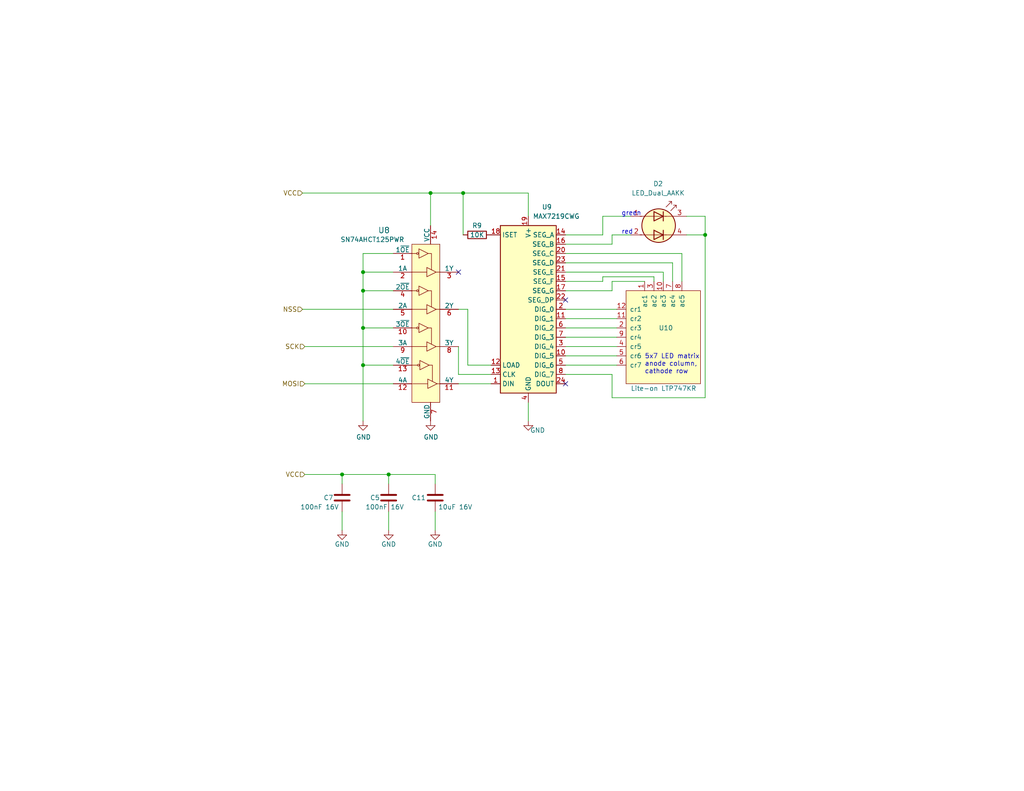
<source format=kicad_sch>
(kicad_sch (version 20231120) (generator "eeschema") (generator_version "8.0")
  (paper "USLetter")
  (title_block (title "Molliebus Pi Carrier") (date "2024-04-20") (rev "4") (company "WorlickWerx") (comment 1 "SPDX-License-Identifier: CERN-OHL-1.2"))
  (lib_symbols
    (symbol "00_eurocard:LTP747" (pin_names (offset 1.016))
      (property "Reference" "U" (at 11.43 16.51 0))
      (property "Value" "LTP747" (at 13.97 13.97 0))
      (symbol "LTP747_0_1"
        (rectangle (start -10.16 11.43) (end 10.16 -13.97) (fill (type background)))
      )
      (symbol "LTP747_1_1"
        (pin input line (at -5.08 13.97 270) (length 2.54) (name "ac1") (number "1"))
        (pin input line (at 0 13.97 270) (length 2.54) (name "ac3") (number "10"))
        (pin input line (at -12.7 3.81 0) (length 2.54) (name "cr2") (number "11"))
        (pin input line (at -12.7 6.35 0) (length 2.54) (name "cr1") (number "12"))
        (pin input line (at -12.7 1.27 0) (length 2.54) (name "cr3") (number "2"))
        (pin input line (at -2.54 13.97 270) (length 2.54) (name "ac2") (number "3"))
        (pin input line (at -12.7 -3.81 0) (length 2.54) (name "cr5") (number "4"))
        (pin input line (at -12.7 -6.35 0) (length 2.54) (name "cr6") (number "5"))
        (pin input line (at -12.7 -8.89 0) (length 2.54) (name "cr7") (number "6"))
        (pin input line (at 2.54 13.97 270) (length 2.54) (name "ac4") (number "7"))
        (pin input line (at 5.08 13.97 270) (length 2.54) (name "ac5") (number "8"))
        (pin input line (at -12.7 -1.27 0) (length 2.54) (name "cr4") (number "9"))
      )
    )
    (symbol "00_eurocard:SN74AHCT125N-dk_Logic-Buffers-Drivers-Receivers-Transceivers" (pin_names (offset 0))
      (property "Reference" "U" (at -2.54 13.97 0))
      (property "Value" "SN74AHCT125N-dk_Logic-Buffers-Drivers-Receivers-Transceivers" (at 1.905 -31.75 0))
      (symbol "SN74AHCT125N-dk_Logic-Buffers-Drivers-Receivers-Transceivers_0_1"
        (rectangle (start -5.08 12.7) (end 2.54 -30.48) (fill (type background)))
        (circle (center -3.556 -10.16) (radius 0.254))
        (circle (center -3.556 0) (radius 0.254))
        (circle (center -3.556 10.16) (radius 0.254))
        (circle (center -3.302 -20.32) (radius 0.254))
        (polyline (pts (xy -3.81 -10.16) (xy -5.207 -10.16)))
        (polyline (pts (xy -3.81 0) (xy -5.207 0)))
        (polyline (pts (xy -3.81 10.16) (xy -5.207 10.16)))
        (polyline (pts (xy -3.556 -20.32) (xy -4.953 -20.32)))
        (polyline (pts (xy -1.016 -15.24) (xy -5.08 -15.24)))
        (polyline (pts (xy -1.016 -5.08) (xy -5.08 -5.08)))
        (polyline (pts (xy -1.016 5.08) (xy -5.08 5.08)))
        (polyline (pts (xy -0.762 -25.4) (xy -4.826 -25.4)))
        (polyline (pts (xy 1.397 -15.24) (xy 2.413 -15.24)))
        (polyline (pts (xy 1.397 -5.08) (xy 2.413 -5.08)))
        (polyline (pts (xy 1.397 5.08) (xy 2.413 5.08)))
        (polyline (pts (xy 1.651 -25.4) (xy 2.667 -25.4)))
        (polyline (pts (xy 0.254 -14.605) (xy 0.254 -10.16) (xy -0.635 -10.16)))
        (polyline (pts (xy 0.254 -4.445) (xy 0.254 0) (xy -0.635 0)))
        (polyline (pts (xy 0.254 5.715) (xy 0.254 10.16) (xy -0.635 10.16)))
        (polyline (pts (xy 0.508 -24.765) (xy 0.508 -20.32) (xy -0.381 -20.32)))
        (polyline (pts (xy -3.175 -8.89) (xy -3.175 -10.16) (xy -3.175 -11.43) (xy -0.635 -10.16) (xy -3.175 -8.89)))
        (polyline (pts (xy -3.175 1.27) (xy -3.175 0) (xy -3.175 -1.27) (xy -0.635 0) (xy -3.175 1.27)))
        (polyline (pts (xy -3.175 11.43) (xy -3.175 10.16) (xy -3.175 8.89) (xy -0.635 10.16) (xy -3.175 11.43)))
        (polyline (pts (xy -2.921 -19.05) (xy -2.921 -20.32) (xy -2.921 -21.59) (xy -0.381 -20.32) (xy -2.921 -19.05)))
        (polyline (pts (xy -1.016 -13.97) (xy -1.016 -15.24) (xy -1.016 -16.51) (xy 1.524 -15.24) (xy -1.016 -13.97)))
        (polyline (pts (xy -1.016 -3.81) (xy -1.016 -5.08) (xy -1.016 -6.35) (xy 1.524 -5.08) (xy -1.016 -3.81)))
        (polyline (pts (xy -1.016 6.35) (xy -1.016 5.08) (xy -1.016 3.81) (xy 1.524 5.08) (xy -1.016 6.35)))
        (polyline (pts (xy -0.762 -24.13) (xy -0.762 -25.4) (xy -0.762 -26.67) (xy 1.778 -25.4) (xy -0.762 -24.13)))
      )
      (symbol "SN74AHCT125N-dk_Logic-Buffers-Drivers-Receivers-Transceivers_1_1"
        (pin input line (at -10.16 10.16 0) (length 5.08) (name "1~{OE}") (number "1"))
        (pin input line (at -10.16 -10.16 0) (length 5.08) (name "3~{OE}") (number "10"))
        (pin output line (at 7.62 -25.4 180) (length 5.08) (name "4Y") (number "11"))
        (pin input line (at -10.16 -25.4 0) (length 5.08) (name "4A") (number "12"))
        (pin input line (at -10.16 -20.32 0) (length 5.08) (name "4~{OE}") (number "13"))
        (pin power_in line (at 0 17.78 270) (length 5.08) (name "VCC") (number "14"))
        (pin input line (at -10.16 5.08 0) (length 5.08) (name "1A") (number "2"))
        (pin output line (at 7.62 5.08 180) (length 5.08) (name "1Y") (number "3"))
        (pin input line (at -10.16 0 0) (length 5.08) (name "2~{OE}") (number "4"))
        (pin input line (at -10.16 -5.08 0) (length 5.08) (name "2A") (number "5"))
        (pin output line (at 7.62 -5.08 180) (length 5.08) (name "2Y") (number "6"))
        (pin power_in line (at 0 -35.56 90) (length 5.08) (name "GND") (number "7"))
        (pin output line (at 7.62 -15.24 180) (length 5.08) (name "3Y") (number "8"))
        (pin input line (at -10.16 -15.24 0) (length 5.08) (name "3A") (number "9"))
      )
    )
    (symbol "Device:C" (pin_numbers hide) (pin_names (offset 0.254))
      (property "Reference" "C" (at 0.635 2.54 0))
      (property "Value" "C" (at 0.635 -2.54 0))
      (symbol "C_0_1"
        (polyline (pts (xy -2.032 -0.762) (xy 2.032 -0.762)) (stroke (width 0.508)))
        (polyline (pts (xy -2.032 0.762) (xy 2.032 0.762)) (stroke (width 0.508)))
      )
      (symbol "C_1_1"
        (pin passive line (at 0 3.81 270) (length 2.794) (name "~") (number "1"))
        (pin passive line (at 0 -3.81 90) (length 2.794) (name "~") (number "2"))
      )
    )
    (symbol "Device:LED_Dual_AAKK" (pin_names (offset 0) hide)
      (property "Reference" "D" (at 0 5.715 0))
      (property "Value" "LED_Dual_AAKK" (at 0 -6.35 0))
      (symbol "LED_Dual_AAKK_0_1"
        (polyline (pts (xy -5.08 -2.54) (xy 2.032 -2.54)))
        (polyline (pts (xy -5.08 2.54) (xy 2.032 2.54)))
        (polyline (pts (xy 1.27 -1.27) (xy 1.27 -3.81)) (stroke (width 0.254)))
        (polyline (pts (xy 1.27 3.81) (xy 1.27 1.27)) (stroke (width 0.254)))
        (polyline (pts (xy 3.81 -2.54) (xy 1.905 -2.54)))
        (polyline (pts (xy 3.81 2.54) (xy 1.905 2.54)))
        (polyline (pts (xy -1.27 -1.27) (xy -1.27 -3.81) (xy 1.27 -2.54) (xy -1.27 -1.27)) (stroke (width 0.254)))
        (polyline (pts (xy -1.27 3.81) (xy -1.27 1.27) (xy 1.27 2.54) (xy -1.27 3.81)) (stroke (width 0.254)))
        (polyline (pts (xy 2.032 5.08) (xy 3.556 6.604) (xy 2.794 6.604) (xy 3.556 6.604) (xy 3.556 5.842)))
        (polyline (pts (xy 3.302 4.064) (xy 4.826 5.588) (xy 4.064 5.588) (xy 4.826 5.588) (xy 4.826 4.826)))
        (circle (center 0 0) (radius 4.572) (stroke (width 0.254)) (fill (type background)))
      )
      (symbol "LED_Dual_AAKK_1_1"
        (pin input line (at -7.62 2.54 0) (length 3.048) (name "A1") (number "1"))
        (pin input line (at -7.62 -2.54 0) (length 3.048) (name "A2") (number "2"))
        (pin input line (at 7.62 2.54 180) (length 3.81) (name "K1") (number "3"))
        (pin input line (at 7.62 -2.54 180) (length 3.81) (name "K2") (number "4"))
      )
    )
    (symbol "Device:R" (pin_numbers hide) (pin_names (offset 0))
      (property "Reference" "R" (at 2.032 0 90))
      (property "Value" "R" (at 0 0 90))
      (symbol "R_0_1"
        (rectangle (start -1.016 -2.54) (end 1.016 2.54) (stroke (width 0.254)))
      )
      (symbol "R_1_1"
        (pin passive line (at 0 3.81 270) (length 1.27) (name "~") (number "1"))
        (pin passive line (at 0 -3.81 90) (length 1.27) (name "~") (number "2"))
      )
    )
    (symbol "Driver_LED:MAX7219"
      (property "Reference" "U" (at -6.35 24.13 0))
      (property "Value" "MAX7219" (at 1.27 25.4 0))
      (symbol "MAX7219_0_1"
        (rectangle (start -7.62 22.86) (end 7.62 -22.86) (stroke (width 0.254)) (fill (type background)))
      )
      (symbol "MAX7219_1_1"
        (pin input line (at -10.16 -20.32 0) (length 2.54) (name "DIN") (number "1"))
        (pin output line (at 10.16 -12.7 180) (length 2.54) (name "DIG_5") (number "10"))
        (pin output line (at 10.16 -2.54 180) (length 2.54) (name "DIG_1") (number "11"))
        (pin input line (at -10.16 -15.24 0) (length 2.54) (name "LOAD") (number "12"))
        (pin input line (at -10.16 -17.78 0) (length 2.54) (name "CLK") (number "13"))
        (pin output line (at 10.16 20.32 180) (length 2.54) (name "SEG_A") (number "14"))
        (pin output line (at 10.16 7.62 180) (length 2.54) (name "SEG_F") (number "15"))
        (pin output line (at 10.16 17.78 180) (length 2.54) (name "SEG_B") (number "16"))
        (pin output line (at 10.16 5.08 180) (length 2.54) (name "SEG_G") (number "17"))
        (pin input line (at -10.16 20.32 0) (length 2.54) (name "ISET") (number "18"))
        (pin power_in line (at 0 25.4 270) (length 2.54) (name "V+") (number "19"))
        (pin output line (at 10.16 0 180) (length 2.54) (name "DIG_0") (number "2"))
        (pin output line (at 10.16 15.24 180) (length 2.54) (name "SEG_C") (number "20"))
        (pin output line (at 10.16 10.16 180) (length 2.54) (name "SEG_E") (number "21"))
        (pin output line (at 10.16 2.54 180) (length 2.54) (name "SEG_DP") (number "22"))
        (pin output line (at 10.16 12.7 180) (length 2.54) (name "SEG_D") (number "23"))
        (pin output line (at 10.16 -20.32 180) (length 2.54) (name "DOUT") (number "24"))
        (pin output line (at 10.16 -10.16 180) (length 2.54) (name "DIG_4") (number "3"))
        (pin power_in line (at 0 -25.4 90) (length 2.54) (name "GND") (number "4"))
        (pin output line (at 10.16 -15.24 180) (length 2.54) (name "DIG_6") (number "5"))
        (pin output line (at 10.16 -5.08 180) (length 2.54) (name "DIG_2") (number "6"))
        (pin output line (at 10.16 -7.62 180) (length 2.54) (name "DIG_3") (number "7"))
        (pin output line (at 10.16 -17.78 180) (length 2.54) (name "DIG_7") (number "8"))
        (pin passive line (at 0 -25.4 90) (length 2.54) hide (name "GND") (number "9"))
      )
    )
    (symbol "power:GND" (power) (pin_names (offset 0))
      (property "Value" "GND" (at 0 -3.81 0))
      (symbol "GND_0_1"
        (polyline (pts (xy 0 0) (xy 0 -1.27) (xy 1.27 -1.27) (xy 0 -2.54) (xy -1.27 -1.27) (xy 0 -1.27)))
      )
      (symbol "GND_1_1"
        (pin power_in line (at 0 0 270) (length 0) hide (name "GND") (number "1"))
      )
    )
  )
  (junction (at 99.06 89.535))
  (junction (at 106.045 129.54))
  (junction (at 93.345 129.54))
  (junction (at 126.365 52.705))
  (junction (at 192.405 64.135))
  (junction (at 99.06 74.295))
  (junction (at 117.475 52.705))
  (junction (at 99.06 99.695))
  (junction (at 99.06 79.375))
  (no_connect (at 154.305 81.915))
  (no_connect (at 125.095 74.295))
  (no_connect (at 154.305 104.775))
  (wire (pts (xy 126.365 52.705) (xy 144.145 52.705)))
  (wire (pts (xy 99.06 79.375) (xy 107.315 79.375)))
  (wire (pts (xy 167.005 79.375) (xy 167.005 76.835)))
  (wire (pts (xy 154.305 89.535) (xy 168.275 89.535)))
  (wire (pts (xy 154.305 97.155) (xy 168.275 97.155)))
  (wire (pts (xy 118.745 129.54) (xy 118.745 132.08)))
  (wire (pts (xy 154.305 69.215) (xy 186.055 69.215)))
  (wire (pts (xy 154.305 79.375) (xy 167.005 79.375)))
  (wire (pts (xy 106.045 144.78) (xy 106.045 139.7)))
  (wire (pts (xy 154.305 76.835) (xy 164.465 76.835)))
  (wire (pts (xy 154.305 86.995) (xy 168.275 86.995)))
  (wire (pts (xy 180.975 76.835) (xy 180.975 74.295)))
  (wire (pts (xy 164.465 59.055) (xy 172.085 59.055)))
  (wire (pts (xy 127.635 99.695) (xy 133.985 99.695)))
  (wire (pts (xy 186.055 69.215) (xy 186.055 76.835)))
  (wire (pts (xy 154.305 94.615) (xy 168.275 94.615)))
  (wire (pts (xy 154.305 64.135) (xy 164.465 64.135)))
  (wire (pts (xy 82.55 84.455) (xy 107.315 84.455)))
  (wire (pts (xy 99.06 99.695) (xy 107.315 99.695)))
  (wire (pts (xy 154.305 99.695) (xy 168.275 99.695)))
  (wire (pts (xy 164.465 75.565) (xy 164.465 76.835)))
  (wire (pts (xy 178.435 76.835) (xy 178.435 75.565)))
  (wire (pts (xy 83.185 104.775) (xy 107.315 104.775)))
  (wire (pts (xy 192.405 64.135) (xy 192.405 108.585)))
  (wire (pts (xy 167.005 76.835) (xy 175.895 76.835)))
  (wire (pts (xy 125.095 94.615) (xy 125.095 102.235)))
  (wire (pts (xy 167.005 108.585) (xy 167.005 102.235)))
  (wire (pts (xy 192.405 59.055) (xy 192.405 64.135)))
  (wire (pts (xy 106.045 129.54) (xy 106.045 132.08)))
  (wire (pts (xy 125.095 104.775) (xy 133.985 104.775)))
  (wire (pts (xy 99.06 89.535) (xy 107.315 89.535)))
  (wire (pts (xy 99.06 74.295) (xy 99.06 79.375)))
  (wire (pts (xy 183.515 76.835) (xy 183.515 71.755)))
  (wire (pts (xy 117.475 52.705) (xy 126.365 52.705)))
  (wire (pts (xy 154.305 84.455) (xy 168.275 84.455)))
  (wire (pts (xy 154.305 66.675) (xy 167.005 66.675)))
  (wire (pts (xy 125.095 84.455) (xy 127.635 84.455)))
  (wire (pts (xy 83.185 94.615) (xy 107.315 94.615)))
  (wire (pts (xy 187.325 64.135) (xy 192.405 64.135)))
  (wire (pts (xy 117.475 52.705) (xy 117.475 61.595)))
  (wire (pts (xy 99.06 89.535) (xy 99.06 99.695)))
  (wire (pts (xy 154.305 71.755) (xy 183.515 71.755)))
  (wire (pts (xy 118.745 139.7) (xy 118.745 144.78)))
  (wire (pts (xy 99.06 74.295) (xy 107.315 74.295)))
  (wire (pts (xy 125.095 102.235) (xy 133.985 102.235)))
  (wire (pts (xy 127.635 84.455) (xy 127.635 99.695)))
  (wire (pts (xy 93.345 129.54) (xy 106.045 129.54)))
  (wire (pts (xy 126.365 52.705) (xy 126.365 64.135)))
  (wire (pts (xy 167.005 66.675) (xy 167.005 64.135)))
  (wire (pts (xy 82.55 52.705) (xy 117.475 52.705)))
  (wire (pts (xy 93.345 129.54) (xy 93.345 132.08)))
  (wire (pts (xy 144.145 59.055) (xy 144.145 52.705)))
  (wire (pts (xy 106.045 129.54) (xy 118.745 129.54)))
  (wire (pts (xy 93.345 144.78) (xy 93.345 139.7)))
  (wire (pts (xy 99.06 99.695) (xy 99.06 114.935)))
  (wire (pts (xy 99.06 69.215) (xy 99.06 74.295)))
  (wire (pts (xy 154.305 74.295) (xy 180.975 74.295)))
  (wire (pts (xy 164.465 64.135) (xy 164.465 59.055)))
  (wire (pts (xy 99.06 69.215) (xy 107.315 69.215)))
  (wire (pts (xy 99.06 79.375) (xy 99.06 89.535)))
  (wire (pts (xy 167.005 64.135) (xy 172.085 64.135)))
  (wire (pts (xy 144.145 114.935) (xy 144.145 109.855)))
  (wire (pts (xy 178.435 75.565) (xy 164.465 75.565)))
  (wire (pts (xy 167.005 102.235) (xy 154.305 102.235)))
  (wire (pts (xy 192.405 108.585) (xy 167.005 108.585)))
  (wire (pts (xy 154.305 92.075) (xy 168.275 92.075)))
  (wire (pts (xy 187.325 59.055) (xy 192.405 59.055)))
  (wire (pts (xy 83.185 129.54) (xy 93.345 129.54)))
  (text "green" (at 169.545 59.055 0) (effects (font (size 1.27 1.27)) (justify left bottom)))
  (text "red" (at 169.545 64.135 0) (effects (font (size 1.27 1.27)) (justify left bottom)))
  (text "5x7 LED matrix\nanode column,\ncathode row" (at 175.895 102.235 0) (effects (font (size 1.27 1.27)) (justify left bottom)))
  (hierarchical_label "NSS" (shape input) (at 82.55 84.455 180))
  (hierarchical_label "SCK" (shape input) (at 83.185 94.615 180))
  (hierarchical_label "MOSI" (shape input) (at 83.185 104.775 180))
  (hierarchical_label "VCC" (shape input) (at 82.55 52.705 180))
  (hierarchical_label "VCC" (shape input) (at 83.185 129.54 180))
  (symbol (lib_id "Driver_LED:MAX7219") (at 144.145 84.455 0) (unit 1)
    (property "Reference" "U9" (at 149.225 56.515 0))
    (property "Value" "MAX7219CWG" (at 151.765 59.055 0))
    (property "Footprint" "Package_SO:SOIC-24W_7.5x15.4mm_P1.27mm" (effects (hide yes)))
    (property "Datasheet" "https://datasheets.maximintegrated.com/en/ds/MAX7219-MAX7221.pdf" (effects (hide yes)))
    (property "digkey.com" "MAX7219CWG+TTR-ND" (effects (hide yes)))
    (property "MPN" "MAX7219CWG" (effects (hide yes)))
    (property "Manufacturer" "Maxim" (effects (hide yes)))
  )
  (symbol (lib_id "Device:LED_Dual_AAKK") (at 179.705 61.595 0) (unit 1)
    (property "Reference" "D2" (at 179.578 50.165 0))
    (property "Value" "LED_Dual_AAKK" (at 179.578 52.705 0))
    (property "Footprint" "00_eurocard:LED_Dual_RG_discrete" (effects (hide yes)))
  )
  (symbol (lib_id "power:GND") (at 93.345 144.78 0) (unit 1)
    (property "Reference" "#PWR043" (effects (hide yes)))
    (property "Value" "GND" (at 93.345 148.59 0))
  )
  (symbol (lib_id "power:GND") (at 118.745 144.78 0) (unit 1)
    (property "Reference" "#PWR049" (effects (hide yes)))
    (property "Value" "GND" (at 118.745 148.59 0))
  )
  (symbol (lib_id "power:GND") (at 106.045 144.78 0) (unit 1)
    (property "Reference" "#PWR018" (effects (hide yes)))
    (property "Value" "GND" (at 106.045 148.59 0))
  )
  (symbol (lib_id "power:GND") (at 117.475 114.935 0) (unit 1)
    (property "Reference" "#PWR041" (effects (hide yes)))
    (property "Value" "GND" (at 117.602 119.3292 0))
  )
  (symbol (lib_id "Device:R") (at 130.175 64.135 90) (unit 1)
    (property "Reference" "R9" (at 130.175 61.595 90))
    (property "Value" "10K" (at 130.175 64.135 90))
    (property "Footprint" "Resistor_SMD:R_0603_1608Metric" (effects (hide yes)))
  )
  (symbol (lib_id "power:GND") (at 144.145 114.935 0) (unit 1)
    (property "Reference" "#PWR047" (effects (hide yes)))
    (property "Value" "GND" (at 146.685 117.475 0))
  )
  (symbol (lib_id "00_eurocard:SN74AHCT125N-dk_Logic-Buffers-Drivers-Receivers-Transceivers") (at 117.475 79.375 0) (unit 1)
    (property "Reference" "U8" (at 104.775 62.865 0) (effects (font (size 1.524 1.524))))
    (property "Value" "SN74AHCT125PWR" (at 101.6 65.405 0))
    (property "Footprint" "Package_SO:SSOP-14_5.3x6.2mm_P0.65mm" (effects (hide yes)))
    (property "Datasheet" "http://www.ti.com/general/docs/suppproductinfo.tsp?distId=10&gotoUrl=http%3A%2F%2Fwww.ti.com%2Flit%2Fgpn%2Fsn74ahct125" (effects (hide yes)))
    (property "Description" "IC BUF NON-INVERT 5.5V 14DIP" (effects (hide yes)))
    (property "Digi-Key_PN" "296-4655-5-ND" (effects (hide yes)))
    (property "MPN" "SN74AHCT125N" (effects (hide yes)))
    (property "Category" "Integrated Circuits (ICs)" (effects (hide yes)))
    (property "Family" "Logic - Buffers, Drivers, Receivers, Transceivers" (effects (hide yes)))
    (property "DK_Datasheet_Link" "http://www.ti.com/general/docs/suppproductinfo.tsp?distId=10&gotoUrl=http%3A%2F%2Fwww.ti.com%2Flit%2Fgpn%2Fsn74ahct125" (effects (hide yes)))
    (property "DK_Detail_Page" "/product-detail/en/texas-instruments/SN74AHCT125N/296-4655-5-ND/375798" (effects (hide yes)))
    (property "Manufacturer" "Texas Instruments" (effects (hide yes)))
    (property "Status" "Active" (effects (hide yes)))
    (property "digkey.com" "296-1108-1-ND" (effects (hide yes)))
  )
  (symbol (lib_id "00_eurocard:LTP747") (at 180.975 90.805 0) (unit 1)
    (property "Reference" "U10" (at 179.705 89.535 0) (effects (justify left)))
    (property "Value" "Lite-on LTP747KR" (at 172.085 106.045 0) (effects (justify left)))
    (property "Footprint" "00_eurocard:DIP-12_W7.62mm_right_angle" (effects (hide yes)))
    (property "digkey.com" "160-1554-5-ND" (effects (hide yes)))
    (property "MPN" "LTP747KR" (effects (hide yes)))
    (property "Manufacturer" "Lite-on" (effects (hide yes)))
  )
  (symbol (lib_id "Device:C") (at 106.045 135.89 0) (unit 1)
    (property "Reference" "C5" (at 100.965 135.89 0) (effects (justify left)))
    (property "Value" "100nF 16V" (at 99.695 138.43 0) (effects (justify left)))
    (property "Footprint" "Capacitor_SMD:C_0603_1608Metric" (effects (hide yes)))
    (property "MPN" "C0805C104K4RACTU" (effects (hide yes)))
    (property "Manufacturer" "Kemet" (effects (hide yes)))
    (property "digkey.com" "399-1167-2-ND" (effects (hide yes)))
  )
  (symbol (lib_id "power:GND") (at 99.06 114.935 0) (unit 1)
    (property "Reference" "#PWR028" (effects (hide yes)))
    (property "Value" "GND" (at 99.187 119.3292 0))
  )
  (symbol (lib_id "Device:C") (at 93.345 135.89 0) (unit 1)
    (property "Reference" "C7" (at 88.265 135.89 0) (effects (justify left)))
    (property "Value" "100nF 16V" (at 81.915 138.43 0) (effects (justify left)))
    (property "Footprint" "Capacitor_SMD:C_0603_1608Metric" (effects (hide yes)))
    (property "MPN" "C0805C104K4RACTU" (effects (hide yes)))
    (property "Manufacturer" "Kemet" (effects (hide yes)))
    (property "digkey.com" "399-1167-2-ND" (effects (hide yes)))
  )
  (symbol (lib_id "Device:C") (at 118.745 135.89 180) (unit 1)
    (property "Reference" "C11" (at 116.205 135.89 0) (effects (justify left)))
    (property "Value" "10uF 16V" (at 128.905 138.43 0) (effects (justify left)))
    (property "Footprint" "Capacitor_SMD:C_0603_1608Metric" (effects (hide yes)))
    (property "digkey.com" "1276-2893-1-ND" (effects (hide yes)))
    (property "MPN" "CL21A106KOFNNNE" (effects (hide yes)))
    (property "Manufacturer" "Samsung" (effects (hide yes)))
  )
)
</source>
